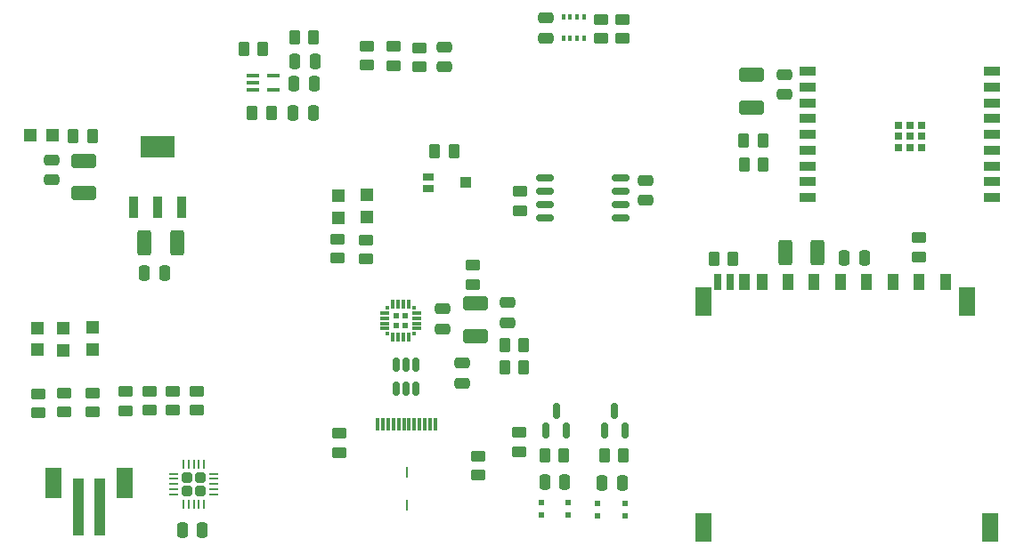
<source format=gbr>
%TF.GenerationSoftware,KiCad,Pcbnew,9.0.3*%
%TF.CreationDate,2025-09-14T19:53:39+05:30*%
%TF.ProjectId,ESP32 IOT,45535033-3220-4494-9f54-2e6b69636164,rev?*%
%TF.SameCoordinates,Original*%
%TF.FileFunction,Paste,Top*%
%TF.FilePolarity,Positive*%
%FSLAX46Y46*%
G04 Gerber Fmt 4.6, Leading zero omitted, Abs format (unit mm)*
G04 Created by KiCad (PCBNEW 9.0.3) date 2025-09-14 19:53:39*
%MOMM*%
%LPD*%
G01*
G04 APERTURE LIST*
G04 Aperture macros list*
%AMRoundRect*
0 Rectangle with rounded corners*
0 $1 Rounding radius*
0 $2 $3 $4 $5 $6 $7 $8 $9 X,Y pos of 4 corners*
0 Add a 4 corners polygon primitive as box body*
4,1,4,$2,$3,$4,$5,$6,$7,$8,$9,$2,$3,0*
0 Add four circle primitives for the rounded corners*
1,1,$1+$1,$2,$3*
1,1,$1+$1,$4,$5*
1,1,$1+$1,$6,$7*
1,1,$1+$1,$8,$9*
0 Add four rect primitives between the rounded corners*
20,1,$1+$1,$2,$3,$4,$5,0*
20,1,$1+$1,$4,$5,$6,$7,0*
20,1,$1+$1,$6,$7,$8,$9,0*
20,1,$1+$1,$8,$9,$2,$3,0*%
G04 Aperture macros list end*
%ADD10RoundRect,0.250000X-0.450000X0.262500X-0.450000X-0.262500X0.450000X-0.262500X0.450000X0.262500X0*%
%ADD11RoundRect,0.250000X0.475000X-0.250000X0.475000X0.250000X-0.475000X0.250000X-0.475000X-0.250000X0*%
%ADD12R,0.350000X0.500000*%
%ADD13RoundRect,0.250000X0.420000X0.945000X-0.420000X0.945000X-0.420000X-0.945000X0.420000X-0.945000X0*%
%ADD14R,0.700000X0.700000*%
%ADD15R,1.500000X0.900000*%
%ADD16R,0.550000X0.570000*%
%ADD17R,0.950000X2.150000*%
%ADD18R,3.250000X2.150000*%
%ADD19RoundRect,0.250000X-0.262500X-0.450000X0.262500X-0.450000X0.262500X0.450000X-0.262500X0.450000X0*%
%ADD20R,1.000000X1.500000*%
%ADD21R,0.700000X1.500000*%
%ADD22R,1.500000X2.800000*%
%ADD23RoundRect,0.100000X-0.495000X-0.100000X0.495000X-0.100000X0.495000X0.100000X-0.495000X0.100000X0*%
%ADD24RoundRect,0.250000X0.250000X0.475000X-0.250000X0.475000X-0.250000X-0.475000X0.250000X-0.475000X0*%
%ADD25RoundRect,0.250000X0.262500X0.450000X-0.262500X0.450000X-0.262500X-0.450000X0.262500X-0.450000X0*%
%ADD26R,1.200000X1.200000*%
%ADD27RoundRect,0.250000X0.450000X-0.262500X0.450000X0.262500X-0.450000X0.262500X-0.450000X-0.262500X0*%
%ADD28RoundRect,0.162500X-0.650000X-0.162500X0.650000X-0.162500X0.650000X0.162500X-0.650000X0.162500X0*%
%ADD29R,1.100000X0.800000*%
%ADD30R,1.100000X1.000000*%
%ADD31RoundRect,0.250000X-0.475000X0.250000X-0.475000X-0.250000X0.475000X-0.250000X0.475000X0.250000X0*%
%ADD32RoundRect,0.150000X0.150000X-0.587500X0.150000X0.587500X-0.150000X0.587500X-0.150000X-0.587500X0*%
%ADD33RoundRect,0.250000X0.255000X0.255000X-0.255000X0.255000X-0.255000X-0.255000X0.255000X-0.255000X0*%
%ADD34RoundRect,0.062500X0.350000X0.062500X-0.350000X0.062500X-0.350000X-0.062500X0.350000X-0.062500X0*%
%ADD35RoundRect,0.062500X0.062500X0.350000X-0.062500X0.350000X-0.062500X-0.350000X0.062500X-0.350000X0*%
%ADD36RoundRect,0.250000X-0.945000X0.420000X-0.945000X-0.420000X0.945000X-0.420000X0.945000X0.420000X0*%
%ADD37RoundRect,0.250000X-0.250000X-0.475000X0.250000X-0.475000X0.250000X0.475000X-0.250000X0.475000X0*%
%ADD38R,1.000000X5.500000*%
%ADD39R,1.600000X3.000000*%
%ADD40R,0.540000X0.540000*%
%ADD41R,0.300000X0.300000*%
%ADD42R,0.300000X0.900000*%
%ADD43R,0.900000X0.300000*%
%ADD44RoundRect,0.150000X-0.150000X0.512500X-0.150000X-0.512500X0.150000X-0.512500X0.150000X0.512500X0*%
%ADD45R,0.300000X1.200000*%
%ADD46R,0.200000X1.000000*%
G04 APERTURE END LIST*
D10*
%TO.C,R4*%
X153974800Y-108153200D03*
X153974800Y-109978200D03*
%TD*%
D11*
%TO.C,C15*%
X173634400Y-70530800D03*
X173634400Y-68630800D03*
%TD*%
D12*
%TO.C,U2*%
X175291200Y-68511200D03*
X175941200Y-68511200D03*
X176591200Y-68511200D03*
X177241200Y-68511200D03*
X177241200Y-70561200D03*
X176591200Y-70561200D03*
X175941200Y-70561200D03*
X175291200Y-70561200D03*
%TD*%
D13*
%TO.C,C12*%
X199472800Y-90932000D03*
X196392800Y-90932000D03*
%TD*%
D10*
%TO.C,R14*%
X153822400Y-89665800D03*
X153822400Y-91490800D03*
%TD*%
%TO.C,R32*%
X171070900Y-108051600D03*
X171070900Y-109876600D03*
%TD*%
%TO.C,R7*%
X127863600Y-104290500D03*
X127863600Y-106115500D03*
%TD*%
D14*
%TO.C,U3*%
X207154600Y-78791800D03*
X207154600Y-79891800D03*
X207154600Y-80991800D03*
X208254600Y-78791800D03*
X208254600Y-79891800D03*
X208254600Y-80991800D03*
X209354600Y-78791800D03*
X209354600Y-79891800D03*
X209354600Y-80991800D03*
D15*
X198544600Y-73691800D03*
X198544600Y-75191800D03*
X198544600Y-76691800D03*
X198544600Y-78191800D03*
X198544600Y-79691800D03*
X198544600Y-81191800D03*
X198544600Y-82691800D03*
X198544600Y-84191800D03*
X198544600Y-85691800D03*
X216044600Y-85691800D03*
X216044600Y-84191800D03*
X216044600Y-82691800D03*
X216044600Y-81191800D03*
X216044600Y-79691800D03*
X216044600Y-78191800D03*
X216044600Y-76691800D03*
X216044600Y-75191800D03*
X216044600Y-73691800D03*
%TD*%
D16*
%TO.C,S2*%
X175716000Y-115917200D03*
X173166000Y-115917200D03*
X175716000Y-114757200D03*
X173166000Y-114757200D03*
%TD*%
D17*
%TO.C,VR1*%
X134402800Y-86641900D03*
X136702800Y-86641900D03*
X139002800Y-86641900D03*
D18*
X136702800Y-80841900D03*
%TD*%
D10*
%TO.C,R22*%
X171135000Y-85119200D03*
X171135000Y-86944200D03*
%TD*%
D19*
%TO.C,R17*%
X192485000Y-82550000D03*
X194310000Y-82550000D03*
%TD*%
D20*
%TO.C,J3*%
X209120000Y-93768600D03*
X206620000Y-93768600D03*
X204120000Y-93768600D03*
X201620000Y-93768600D03*
X199120000Y-93768600D03*
X196620000Y-93768600D03*
X194195000Y-93768600D03*
X192495000Y-93768600D03*
X211620000Y-93768600D03*
D21*
X191195000Y-93768600D03*
D22*
X188595000Y-95568600D03*
X213695000Y-95568600D03*
X215895000Y-117068600D03*
X188595000Y-117068600D03*
D21*
X189995000Y-93768600D03*
%TD*%
D19*
%TO.C,R10*%
X128701800Y-79855700D03*
X130526800Y-79855700D03*
%TD*%
D23*
%TO.C,U7*%
X145796000Y-74131400D03*
X145796000Y-74781400D03*
X145796000Y-75431400D03*
X147716000Y-75431400D03*
X147716000Y-74131400D03*
%TD*%
D24*
%TO.C,C2*%
X137348000Y-92860500D03*
X135448000Y-92860500D03*
%TD*%
D19*
%TO.C,R15*%
X192434200Y-80264000D03*
X194259200Y-80264000D03*
%TD*%
D25*
%TO.C,R26*%
X151566800Y-70463400D03*
X149741800Y-70463400D03*
%TD*%
D26*
%TO.C,D6*%
X156616400Y-85479200D03*
X156616400Y-87579200D03*
%TD*%
D10*
%TO.C,R29*%
X159186800Y-71328900D03*
X159186800Y-73153900D03*
%TD*%
D19*
%TO.C,R31*%
X145698200Y-77673200D03*
X147523200Y-77673200D03*
%TD*%
D27*
%TO.C,R1*%
X138176000Y-105965000D03*
X138176000Y-104140000D03*
%TD*%
D24*
%TO.C,C20*%
X151506000Y-77622400D03*
X149606000Y-77622400D03*
%TD*%
D28*
%TO.C,U6*%
X173577500Y-83820000D03*
X173577500Y-85090000D03*
X173577500Y-86360000D03*
X173577500Y-87630000D03*
X180752500Y-87630000D03*
X180752500Y-86360000D03*
X180752500Y-85090000D03*
X180752500Y-83820000D03*
%TD*%
D29*
%TO.C,Q1*%
X162486600Y-83727200D03*
X162486600Y-84827200D03*
D30*
X165996600Y-84277200D03*
%TD*%
D31*
%TO.C,C10*%
X163779200Y-96316000D03*
X163779200Y-98216000D03*
%TD*%
D32*
%TO.C,Q3*%
X179224300Y-107846100D03*
X181124300Y-107846100D03*
X180174300Y-105971100D03*
%TD*%
D25*
%TO.C,R16*%
X191414400Y-91541600D03*
X189589400Y-91541600D03*
%TD*%
D33*
%TO.C,U1*%
X140774200Y-113612300D03*
X140774200Y-112362300D03*
X139524200Y-113612300D03*
X139524200Y-112362300D03*
D34*
X142086700Y-113987300D03*
X142086700Y-113487300D03*
X142086700Y-112987300D03*
X142086700Y-112487300D03*
X142086700Y-111987300D03*
D35*
X141149200Y-111049800D03*
X140649200Y-111049800D03*
X140149200Y-111049800D03*
X139649200Y-111049800D03*
X139149200Y-111049800D03*
D34*
X138211700Y-111987300D03*
X138211700Y-112487300D03*
X138211700Y-112987300D03*
X138211700Y-113487300D03*
X138211700Y-113987300D03*
D35*
X139149200Y-114924800D03*
X139649200Y-114924800D03*
X140149200Y-114924800D03*
X140649200Y-114924800D03*
X141149200Y-114924800D03*
%TD*%
D31*
%TO.C,C14*%
X183073000Y-84063800D03*
X183073000Y-85963800D03*
%TD*%
D27*
%TO.C,R30*%
X161625200Y-73253600D03*
X161625200Y-71428600D03*
%TD*%
D36*
%TO.C,C7*%
X193217800Y-74034400D03*
X193217800Y-77114400D03*
%TD*%
D26*
%TO.C,D5*%
X153873200Y-85530000D03*
X153873200Y-87630000D03*
%TD*%
D10*
%TO.C,R6*%
X135915400Y-104110800D03*
X135915400Y-105935800D03*
%TD*%
D11*
%TO.C,C1*%
X165658800Y-103378000D03*
X165658800Y-101478000D03*
%TD*%
D37*
%TO.C,C13*%
X202011200Y-91490800D03*
X203911200Y-91490800D03*
%TD*%
D19*
%TO.C,R27*%
X144912000Y-71581000D03*
X146737000Y-71581000D03*
%TD*%
D10*
%TO.C,R11*%
X166725600Y-92153100D03*
X166725600Y-93978100D03*
%TD*%
D27*
%TO.C,R2*%
X140411200Y-105965000D03*
X140411200Y-104140000D03*
%TD*%
%TO.C,R19*%
X209143600Y-91338400D03*
X209143600Y-89513400D03*
%TD*%
D26*
%TO.C,D4*%
X124646000Y-79804900D03*
X126746000Y-79804900D03*
%TD*%
%TO.C,D2*%
X125274700Y-98105900D03*
X125274700Y-100205900D03*
%TD*%
D19*
%TO.C,R34*%
X179173500Y-110261400D03*
X180998500Y-110261400D03*
%TD*%
D38*
%TO.C,J2*%
X129204000Y-115125700D03*
X131204000Y-115125700D03*
D39*
X126804000Y-112875700D03*
X133604000Y-112875700D03*
%TD*%
D10*
%TO.C,R9*%
X130505200Y-104286700D03*
X130505200Y-106111700D03*
%TD*%
D32*
%TO.C,Q2*%
X173666700Y-107873800D03*
X175566700Y-107873800D03*
X174616700Y-105998800D03*
%TD*%
D24*
%TO.C,C21*%
X180875300Y-112869200D03*
X178975300Y-112869200D03*
%TD*%
D40*
%TO.C,U8*%
X159366800Y-97877200D03*
X160266800Y-97877200D03*
X159366800Y-96977200D03*
X160266800Y-96977200D03*
D41*
X158566800Y-98677200D03*
D42*
X159066800Y-98977200D03*
X159566800Y-98977200D03*
X160066800Y-98977200D03*
X160566800Y-98977200D03*
D41*
X161066800Y-98677200D03*
D43*
X161366800Y-98177200D03*
X161366800Y-97677200D03*
X161366800Y-97177200D03*
X161366800Y-96677200D03*
D41*
X161066800Y-96177200D03*
D42*
X160566800Y-95877200D03*
X160066800Y-95877200D03*
X159566800Y-95877200D03*
X159066800Y-95877200D03*
D41*
X158566800Y-96177200D03*
D43*
X158266800Y-96677200D03*
X158266800Y-97177200D03*
X158266800Y-97677200D03*
X158266800Y-98177200D03*
%TD*%
D37*
%TO.C,C22*%
X173539700Y-112826800D03*
X175439700Y-112826800D03*
%TD*%
D36*
%TO.C,C4*%
X129692400Y-82192500D03*
X129692400Y-85272500D03*
%TD*%
D31*
%TO.C,C8*%
X196316600Y-73995200D03*
X196316600Y-75895200D03*
%TD*%
D36*
%TO.C,C9*%
X166979600Y-95792800D03*
X166979600Y-98872800D03*
%TD*%
D10*
%TO.C,R24*%
X178866800Y-68736200D03*
X178866800Y-70561200D03*
%TD*%
D31*
%TO.C,C5*%
X126619000Y-82116300D03*
X126619000Y-84016300D03*
%TD*%
D10*
%TO.C,R3*%
X167182800Y-110288700D03*
X167182800Y-112113700D03*
%TD*%
D25*
%TO.C,R12*%
X171549700Y-101838000D03*
X169724700Y-101838000D03*
%TD*%
D19*
%TO.C,R13*%
X169695500Y-99704400D03*
X171520500Y-99704400D03*
%TD*%
D37*
%TO.C,C6*%
X139056800Y-117346100D03*
X140956800Y-117346100D03*
%TD*%
D16*
%TO.C,S1*%
X181129300Y-115968000D03*
X178579300Y-115968000D03*
X181129300Y-114808000D03*
X178579300Y-114808000D03*
%TD*%
D10*
%TO.C,R25*%
X180898800Y-68736200D03*
X180898800Y-70561200D03*
%TD*%
D27*
%TO.C,R28*%
X156596000Y-73101200D03*
X156596000Y-71276200D03*
%TD*%
D25*
%TO.C,R33*%
X175359700Y-110210600D03*
X173534700Y-110210600D03*
%TD*%
D31*
%TO.C,C19*%
X163962000Y-71353600D03*
X163962000Y-73253600D03*
%TD*%
D19*
%TO.C,R23*%
X163042600Y-81254600D03*
X164867600Y-81254600D03*
%TD*%
D26*
%TO.C,D1*%
X130507100Y-98089100D03*
X130507100Y-100189100D03*
%TD*%
D10*
%TO.C,R18*%
X156514800Y-89716600D03*
X156514800Y-91541600D03*
%TD*%
%TO.C,R5*%
X133680200Y-104161600D03*
X133680200Y-105986600D03*
%TD*%
D13*
%TO.C,C3*%
X138538200Y-89990300D03*
X135458200Y-89990300D03*
%TD*%
D37*
%TO.C,C16*%
X149768400Y-72698600D03*
X151668400Y-72698600D03*
%TD*%
D44*
%TO.C,U5*%
X161305150Y-101590800D03*
X160355150Y-101590800D03*
X159405150Y-101590800D03*
X159405150Y-103865800D03*
X160355150Y-103865800D03*
X161305150Y-103865800D03*
%TD*%
D11*
%TO.C,C11*%
X170027600Y-97596200D03*
X170027600Y-95696200D03*
%TD*%
D26*
%TO.C,D3*%
X127713100Y-98139900D03*
X127713100Y-100239900D03*
%TD*%
D37*
%TO.C,C18*%
X149687200Y-74832200D03*
X151587200Y-74832200D03*
%TD*%
D45*
%TO.C,J1*%
X157629600Y-107289600D03*
X158129600Y-107289600D03*
X158629600Y-107289600D03*
X159129600Y-107289600D03*
X159629600Y-107289600D03*
X160129600Y-107289600D03*
X160629600Y-107289600D03*
X161129600Y-107289600D03*
X161629600Y-107289600D03*
X162129600Y-107289600D03*
X162629600Y-107289600D03*
X163129600Y-107289600D03*
D46*
X160379600Y-111869600D03*
X160379600Y-114969600D03*
%TD*%
D10*
%TO.C,R8*%
X125374400Y-104392100D03*
X125374400Y-106217100D03*
%TD*%
M02*

</source>
